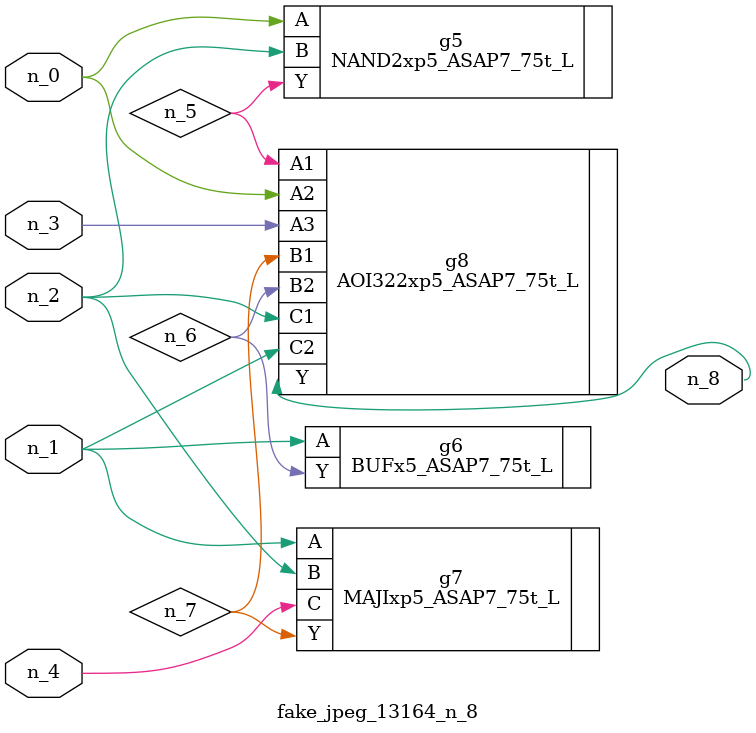
<source format=v>
module fake_jpeg_13164_n_8 (n_3, n_2, n_1, n_0, n_4, n_8);

input n_3;
input n_2;
input n_1;
input n_0;
input n_4;

output n_8;

wire n_6;
wire n_5;
wire n_7;

NAND2xp5_ASAP7_75t_L g5 ( 
.A(n_0),
.B(n_2),
.Y(n_5)
);

BUFx5_ASAP7_75t_L g6 ( 
.A(n_1),
.Y(n_6)
);

MAJIxp5_ASAP7_75t_L g7 ( 
.A(n_1),
.B(n_2),
.C(n_4),
.Y(n_7)
);

AOI322xp5_ASAP7_75t_L g8 ( 
.A1(n_5),
.A2(n_0),
.A3(n_3),
.B1(n_7),
.B2(n_6),
.C1(n_2),
.C2(n_1),
.Y(n_8)
);


endmodule
</source>
